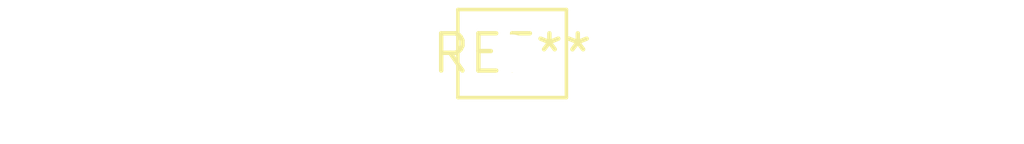
<source format=kicad_pcb>
(kicad_pcb (version 20240108) (generator pcbnew)
  (layers (0 "F.Cu" signal) (31 "B.Cu" signal) (34 "B.Paste" user) (35 "F.Paste" user) (36 "B.SilkS" user "B.Silkscreen") (37 "F.SilkS" user "F.Silkscreen") (38 "B.Mask" user) (39 "F.Mask" user) (44 "Edge.Cuts" user))
  (net 0 "")
  (footprint "Pin_D1.3mm_L10.0mm_W3.5mm_Flat" (layer "F.Cu") (at 0 0)
    (property "Reference" "REF**")
    (property "Value" "Pin_D1.3mm_L10.0mm_W3.5mm_Flat")
    (fp_line (start -1.85 -1.5) (end -1.85 1.5) (layer "F.SilkS") (stroke (width 0.12)))
    (fp_line (start -1.85 -1.5) (end 1.85 -1.5) (layer "F.SilkS") (stroke (width 0.12)))
    (fp_line (start 1.85 -1.5) (end 1.85 1.5) (layer "F.SilkS") (stroke (width 0.12)))
    (fp_line (start 1.85 1.5) (end -1.85 1.5) (layer "F.SilkS") (stroke (width 0.12)))
    (pad "1" thru_hole circle (at 0 0) (size 2.6 2.6) (drill 1.3) (layers *.Cu *.Mask) (remove_unused_layers))
  )
)
</source>
